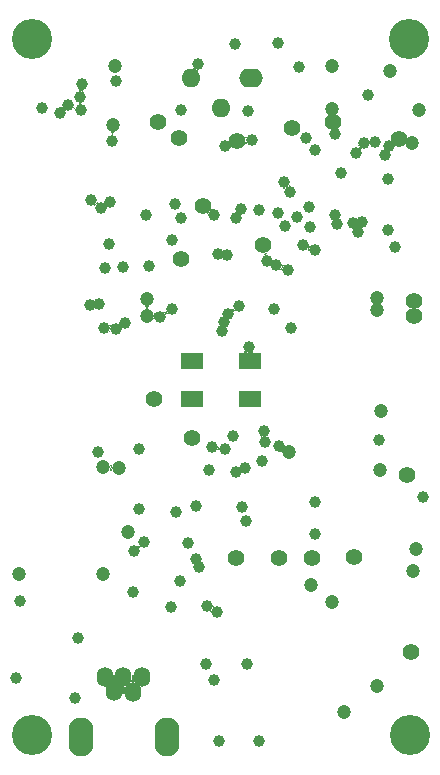
<source format=gbr>
G04 #@! TF.GenerationSoftware,KiCad,Pcbnew,6.0.4-6f826c9f35~116~ubuntu20.04.1*
G04 #@! TF.CreationDate,2022-06-15T17:18:02-05:00*
G04 #@! TF.ProjectId,strike-controller,73747269-6b65-42d6-936f-6e74726f6c6c,rev?*
G04 #@! TF.SameCoordinates,Original*
G04 #@! TF.FileFunction,Soldermask,Bot*
G04 #@! TF.FilePolarity,Negative*
%FSLAX46Y46*%
G04 Gerber Fmt 4.6, Leading zero omitted, Abs format (unit mm)*
G04 Created by KiCad (PCBNEW 6.0.4-6f826c9f35~116~ubuntu20.04.1) date 2022-06-15 17:18:02*
%MOMM*%
%LPD*%
G01*
G04 APERTURE LIST*
G04 Aperture macros list*
%AMRoundRect*
0 Rectangle with rounded corners*
0 $1 Rounding radius*
0 $2 $3 $4 $5 $6 $7 $8 $9 X,Y pos of 4 corners*
0 Add a 4 corners polygon primitive as box body*
4,1,4,$2,$3,$4,$5,$6,$7,$8,$9,$2,$3,0*
0 Add four circle primitives for the rounded corners*
1,1,$1+$1,$2,$3*
1,1,$1+$1,$4,$5*
1,1,$1+$1,$6,$7*
1,1,$1+$1,$8,$9*
0 Add four rect primitives between the rounded corners*
20,1,$1+$1,$2,$3,$4,$5,0*
20,1,$1+$1,$4,$5,$6,$7,0*
20,1,$1+$1,$6,$7,$8,$9,0*
20,1,$1+$1,$8,$9,$2,$3,0*%
G04 Aperture macros list end*
%ADD10C,3.400000*%
%ADD11O,1.400000X1.700000*%
%ADD12O,2.100000X3.300000*%
%ADD13RoundRect,0.200000X0.750000X0.500000X-0.750000X0.500000X-0.750000X-0.500000X0.750000X-0.500000X0*%
%ADD14O,2.000000X1.600000*%
%ADD15O,1.600000X1.600000*%
%ADD16C,1.400000*%
%ADD17C,1.000000*%
%ADD18C,1.200000*%
G04 APERTURE END LIST*
D10*
X132525000Y-115900000D03*
X164490000Y-115900000D03*
X132500000Y-56950000D03*
X164480000Y-56940000D03*
D11*
X138667100Y-111025500D03*
X139454500Y-112219300D03*
X140267300Y-111025500D03*
X141080100Y-112244700D03*
X141867500Y-111025500D03*
D12*
X136635100Y-116080100D03*
X143924900Y-116080100D03*
D13*
X150940000Y-84260000D03*
X150940000Y-87460000D03*
X146040000Y-87460000D03*
X146040000Y-84260000D03*
D14*
X151030000Y-60310000D03*
D15*
X148490000Y-62850000D03*
X145950000Y-60310000D03*
D16*
X159750000Y-100830000D03*
X149810000Y-100920000D03*
D17*
X161010000Y-61750000D03*
X161540000Y-65660000D03*
X153980000Y-72810000D03*
X151720831Y-71418054D03*
X160120000Y-73280000D03*
X153380000Y-71700000D03*
X158140000Y-64980000D03*
X153850000Y-69120000D03*
X149830000Y-72130000D03*
X150020000Y-79600000D03*
X151110000Y-65510000D03*
X155720133Y-65322333D03*
X145170000Y-62970000D03*
X162737263Y-66044796D03*
X146560000Y-59080000D03*
X139670000Y-60560000D03*
X144630000Y-70930000D03*
X145140000Y-72140000D03*
X142190000Y-71880000D03*
X153210000Y-76090000D03*
X158190000Y-71860000D03*
X154961452Y-72015558D03*
X137540000Y-70610000D03*
X154168090Y-76514500D03*
X154450000Y-81480000D03*
X144340000Y-79820000D03*
X139060000Y-74350000D03*
X148800000Y-80940000D03*
X138370000Y-71260000D03*
X139120000Y-70820000D03*
X152454273Y-75793488D03*
X147930000Y-71870000D03*
X136560000Y-61850000D03*
X136660000Y-63030000D03*
X135548556Y-62553490D03*
X136741858Y-60759392D03*
X152990000Y-79830000D03*
X150870000Y-83060000D03*
X154360486Y-69904367D03*
X162380000Y-66820000D03*
X158680000Y-68300000D03*
X160619446Y-65761912D03*
X155453302Y-74442840D03*
X159680000Y-72570000D03*
X150210000Y-71370000D03*
X156470000Y-66350000D03*
X159960000Y-66670000D03*
X162640000Y-68830000D03*
X162700000Y-73140000D03*
X140203279Y-76294253D03*
X144401693Y-73983489D03*
X143400000Y-80500000D03*
X148639400Y-81712159D03*
X142450000Y-76220000D03*
X153410000Y-91420000D03*
X140390000Y-81060000D03*
X141570000Y-91690000D03*
X146420000Y-96540000D03*
X156500000Y-96150000D03*
X150270000Y-96590000D03*
X149830000Y-93680000D03*
X150570000Y-93280000D03*
X152170000Y-90160000D03*
X149076179Y-80243237D03*
X147730000Y-91560000D03*
X147510000Y-93440000D03*
X148840000Y-66020000D03*
X149040000Y-75280000D03*
X156090000Y-72880000D03*
X158363767Y-72623767D03*
X155993918Y-71182905D03*
X156440000Y-74880000D03*
X152220000Y-91100000D03*
X152000000Y-92700000D03*
D18*
X162050000Y-88450000D03*
X162020000Y-93440000D03*
X138535980Y-102257502D03*
X156140000Y-103200000D03*
X161765500Y-78880000D03*
D17*
X151760000Y-116380000D03*
D18*
X138570000Y-93230000D03*
D17*
X147360000Y-104960000D03*
X133330000Y-62795500D03*
X134889052Y-63264500D03*
X148249794Y-75158430D03*
D16*
X143210000Y-64010000D03*
X146100000Y-90770000D03*
D17*
X136180000Y-112770000D03*
X144330000Y-105050000D03*
X138195500Y-79433387D03*
X150730000Y-109920000D03*
D18*
X164810000Y-102040000D03*
X139380000Y-64280000D03*
D17*
X148380000Y-116380000D03*
D18*
X164655679Y-65779155D03*
D16*
X142840000Y-87440000D03*
D18*
X154320000Y-91960000D03*
D17*
X150790000Y-63060000D03*
X144720000Y-97000000D03*
D18*
X161710000Y-111750000D03*
X162818074Y-59712672D03*
X139560000Y-59230000D03*
D16*
X146970000Y-71140000D03*
D17*
X138720000Y-76400000D03*
D18*
X158950000Y-113940000D03*
D17*
X136450000Y-107680000D03*
D18*
X165040000Y-100120000D03*
D17*
X147220000Y-109910000D03*
D18*
X157940000Y-104610000D03*
D17*
X131200000Y-111100000D03*
X146370177Y-101046969D03*
X148870000Y-91725989D03*
X145076270Y-102866270D03*
X156440000Y-98860000D03*
X131510000Y-104570000D03*
X141060000Y-103800000D03*
D16*
X164870000Y-79200000D03*
D18*
X161773056Y-79913056D03*
D17*
X139280000Y-65580000D03*
D16*
X144960000Y-65350000D03*
D18*
X165265500Y-62985089D03*
D16*
X164580000Y-108910000D03*
D18*
X157924814Y-62923341D03*
D16*
X149920000Y-65590000D03*
X164840000Y-80400000D03*
X164300000Y-93890000D03*
X145160000Y-75590000D03*
X152079175Y-74457059D03*
X163620000Y-65410000D03*
D18*
X157900000Y-59270000D03*
D16*
X157990398Y-63970793D03*
X154518216Y-64515500D03*
D17*
X141620000Y-96730000D03*
X146700000Y-101720000D03*
X148170000Y-105480000D03*
X147960000Y-111230000D03*
X141170000Y-100360000D03*
X145710000Y-99670000D03*
X139600000Y-81570000D03*
X163274500Y-74580000D03*
X160470000Y-72500000D03*
X165660000Y-95770000D03*
X149690000Y-57400000D03*
D18*
X142240000Y-79020000D03*
X142260000Y-80400000D03*
D17*
X153330000Y-57350000D03*
X155160000Y-59340000D03*
X149560000Y-90620000D03*
D18*
X140610000Y-98740000D03*
X139850000Y-93330000D03*
X131390000Y-102290000D03*
D16*
X156230000Y-100920000D03*
D17*
X161900000Y-90950000D03*
X150640000Y-97760000D03*
D16*
X153420000Y-100910000D03*
D17*
X142000000Y-99530000D03*
X138647649Y-81430116D03*
X138110000Y-91920000D03*
X137397793Y-79486930D03*
G36*
X140430557Y-111849953D02*
G01*
X140430969Y-111852057D01*
X140404044Y-111921117D01*
X140382137Y-112087507D01*
X140382100Y-112094710D01*
X140382100Y-112394576D01*
X140400888Y-112549831D01*
X140400103Y-112551670D01*
X140398117Y-112551911D01*
X140397006Y-112550709D01*
X140395252Y-112545497D01*
X140395160Y-112545075D01*
X140388576Y-112484471D01*
X140361886Y-112420237D01*
X140304952Y-112380801D01*
X140235735Y-112378405D01*
X140176192Y-112413823D01*
X140146170Y-112470895D01*
X140141038Y-112493853D01*
X140139684Y-112495325D01*
X140137732Y-112494889D01*
X140137103Y-112493156D01*
X140152463Y-112376493D01*
X140152500Y-112369290D01*
X140152500Y-112069424D01*
X140132337Y-111902806D01*
X140114171Y-111854731D01*
X140114494Y-111852757D01*
X140116529Y-111852084D01*
X140179820Y-111867981D01*
X140347523Y-111868860D01*
X140428639Y-111849385D01*
X140430557Y-111849953D01*
G37*
G36*
X140950394Y-110719490D02*
G01*
X140952562Y-110725932D01*
X140992422Y-110782935D01*
X141056494Y-110809226D01*
X141124612Y-110796701D01*
X141175245Y-110749244D01*
X141184237Y-110726471D01*
X141185803Y-110725227D01*
X141187663Y-110725961D01*
X141188080Y-110727466D01*
X141169537Y-110868307D01*
X141169500Y-110875510D01*
X141169500Y-111175376D01*
X141189663Y-111341994D01*
X141215770Y-111411084D01*
X141215447Y-111413058D01*
X141213412Y-111413731D01*
X141167580Y-111402219D01*
X140999877Y-111401340D01*
X140918761Y-111420815D01*
X140916843Y-111420247D01*
X140916431Y-111418143D01*
X140943356Y-111349083D01*
X140965263Y-111182693D01*
X140965300Y-111175490D01*
X140965300Y-110875624D01*
X140946512Y-110720368D01*
X140947297Y-110718529D01*
X140949283Y-110718288D01*
X140950394Y-110719490D01*
G37*
G36*
X139350194Y-110719490D02*
G01*
X139352362Y-110725932D01*
X139392222Y-110782935D01*
X139456294Y-110809226D01*
X139524412Y-110796701D01*
X139575045Y-110749244D01*
X139584037Y-110726471D01*
X139585603Y-110725227D01*
X139587463Y-110725961D01*
X139587880Y-110727466D01*
X139569337Y-110868307D01*
X139569300Y-110875510D01*
X139569300Y-111175376D01*
X139589463Y-111341994D01*
X139607629Y-111390069D01*
X139607306Y-111392043D01*
X139605271Y-111392716D01*
X139541980Y-111376819D01*
X139374277Y-111375940D01*
X139332110Y-111386064D01*
X139330192Y-111385496D01*
X139329780Y-111383392D01*
X139343156Y-111349083D01*
X139365063Y-111182693D01*
X139365100Y-111175490D01*
X139365100Y-110875624D01*
X139346312Y-110720368D01*
X139347097Y-110718529D01*
X139349083Y-110718288D01*
X139350194Y-110719490D01*
G37*
G36*
X147696565Y-105327209D02*
G01*
X147696471Y-105328672D01*
X147693780Y-105334404D01*
X147672057Y-105473916D01*
X147688634Y-105600685D01*
X147687867Y-105602532D01*
X147685884Y-105602791D01*
X147684773Y-105601631D01*
X147682220Y-105594653D01*
X147682110Y-105594185D01*
X147676013Y-105538959D01*
X147649210Y-105474770D01*
X147592195Y-105435425D01*
X147526000Y-105432336D01*
X147468528Y-105445498D01*
X147466617Y-105444909D01*
X147466170Y-105442960D01*
X147467556Y-105441618D01*
X147557775Y-105417021D01*
X147678092Y-105343147D01*
X147693178Y-105326480D01*
X147695082Y-105325867D01*
X147696565Y-105327209D01*
G37*
G36*
X147843766Y-104832872D02*
G01*
X147846552Y-104840244D01*
X147846667Y-104840711D01*
X147854192Y-104902887D01*
X147881664Y-104966786D01*
X147939088Y-105005532D01*
X148005314Y-105007928D01*
X148055468Y-104995887D01*
X148057386Y-104996455D01*
X148057853Y-104998400D01*
X148056485Y-104999755D01*
X147966658Y-105025428D01*
X147847251Y-105100768D01*
X147838226Y-105110987D01*
X147836330Y-105111623D01*
X147834831Y-105110299D01*
X147834755Y-105109331D01*
X147857853Y-104972039D01*
X147857998Y-104960131D01*
X147839915Y-104833863D01*
X147840660Y-104832006D01*
X147842639Y-104831723D01*
X147843766Y-104832872D01*
G37*
G36*
X141539136Y-99706576D02*
G01*
X141577229Y-99793151D01*
X141668081Y-99901232D01*
X141780680Y-99976185D01*
X141781568Y-99977977D01*
X141780460Y-99979642D01*
X141779152Y-99979805D01*
X141722265Y-99967571D01*
X141657432Y-99991929D01*
X141616058Y-100047473D01*
X141611266Y-100116790D01*
X141616291Y-100133694D01*
X141632451Y-100176461D01*
X141632128Y-100178435D01*
X141630257Y-100179142D01*
X141628759Y-100177996D01*
X141589523Y-100091703D01*
X141497359Y-99984740D01*
X141388174Y-99913970D01*
X141387265Y-99912189D01*
X141388352Y-99910511D01*
X141389662Y-99910332D01*
X141448377Y-99922317D01*
X141512952Y-99897281D01*
X141553739Y-99841310D01*
X141557807Y-99771932D01*
X141553519Y-99757507D01*
X141535427Y-99708068D01*
X141535771Y-99706098D01*
X141537649Y-99705411D01*
X141539136Y-99706576D01*
G37*
G36*
X139100937Y-92952179D02*
G01*
X139112089Y-92970026D01*
X139112282Y-92970428D01*
X139119983Y-92992543D01*
X139160437Y-93049125D01*
X139224783Y-93074743D01*
X139292791Y-93061501D01*
X139329034Y-93028533D01*
X139330988Y-93028107D01*
X139332334Y-93029586D01*
X139332228Y-93030777D01*
X139272394Y-93175231D01*
X139252017Y-93330000D01*
X139272394Y-93484769D01*
X139321135Y-93602441D01*
X139320874Y-93604424D01*
X139319026Y-93605189D01*
X139317576Y-93604242D01*
X139304334Y-93582377D01*
X139304147Y-93581972D01*
X139300208Y-93570133D01*
X139260549Y-93512992D01*
X139196565Y-93486476D01*
X139128379Y-93498768D01*
X139090028Y-93532686D01*
X139088068Y-93533085D01*
X139086743Y-93531586D01*
X139087117Y-93529970D01*
X139087867Y-93528992D01*
X139147606Y-93384769D01*
X139167983Y-93230000D01*
X139147606Y-93075231D01*
X139097393Y-92954004D01*
X139097654Y-92952021D01*
X139099502Y-92951256D01*
X139100937Y-92952179D01*
G37*
G36*
X153751688Y-91781549D02*
G01*
X153751632Y-91782927D01*
X153742394Y-91805231D01*
X153722017Y-91960000D01*
X153727175Y-91999171D01*
X153726410Y-92001019D01*
X153724427Y-92001280D01*
X153723337Y-92000180D01*
X153697661Y-91936513D01*
X153641136Y-91896478D01*
X153573506Y-91892907D01*
X153518531Y-91905497D01*
X153516620Y-91904908D01*
X153516173Y-91902959D01*
X153517559Y-91901617D01*
X153607775Y-91877021D01*
X153728092Y-91803147D01*
X153748301Y-91780820D01*
X153750205Y-91780207D01*
X153751688Y-91781549D01*
G37*
G36*
X148213766Y-91432871D02*
G01*
X148220432Y-91450511D01*
X148262353Y-91506015D01*
X148327350Y-91529940D01*
X148395022Y-91514915D01*
X148436355Y-91477840D01*
X148439933Y-91472749D01*
X148441747Y-91471907D01*
X148443383Y-91473057D01*
X148443379Y-91474749D01*
X148393780Y-91580393D01*
X148372057Y-91719905D01*
X148388635Y-91846674D01*
X148387868Y-91848521D01*
X148385885Y-91848780D01*
X148384774Y-91847620D01*
X148380734Y-91836582D01*
X148339395Y-91780642D01*
X148274654Y-91756036D01*
X148206827Y-91770352D01*
X148165108Y-91806993D01*
X148157117Y-91818114D01*
X148155294Y-91818937D01*
X148153670Y-91817770D01*
X148153693Y-91816075D01*
X148204407Y-91711402D01*
X148227853Y-91572039D01*
X148227998Y-91560131D01*
X148209915Y-91433862D01*
X148210660Y-91432005D01*
X148212639Y-91431722D01*
X148213766Y-91432871D01*
G37*
G36*
X153893767Y-91292873D02*
G01*
X153896552Y-91300245D01*
X153896667Y-91300712D01*
X153898438Y-91315340D01*
X153925910Y-91379239D01*
X153983324Y-91417977D01*
X154052829Y-91419532D01*
X154060248Y-91417271D01*
X154118279Y-91397517D01*
X154120241Y-91397905D01*
X154120886Y-91399798D01*
X154119689Y-91401258D01*
X154021010Y-91442131D01*
X153897163Y-91537163D01*
X153893095Y-91542464D01*
X153891247Y-91543229D01*
X153889660Y-91542011D01*
X153889536Y-91540914D01*
X153907853Y-91432039D01*
X153907998Y-91420131D01*
X153889916Y-91293864D01*
X153890661Y-91292007D01*
X153892640Y-91291724D01*
X153893767Y-91292873D01*
G37*
G36*
X151862792Y-90547681D02*
G01*
X151955614Y-90609470D01*
X152038503Y-90635366D01*
X152039858Y-90636837D01*
X152039262Y-90638746D01*
X152038457Y-90639198D01*
X152016658Y-90645428D01*
X151897251Y-90720768D01*
X151829210Y-90797809D01*
X151827314Y-90798445D01*
X151825815Y-90797121D01*
X151826075Y-90795335D01*
X151847469Y-90764895D01*
X151847790Y-90764538D01*
X151869858Y-90745287D01*
X151907269Y-90686646D01*
X151907039Y-90617375D01*
X151871795Y-90561250D01*
X151860338Y-90550825D01*
X151859730Y-90548920D01*
X151861076Y-90547441D01*
X151862792Y-90547681D01*
G37*
G36*
X150472407Y-83353103D02*
G01*
X150538081Y-83431232D01*
X150655614Y-83509470D01*
X150790380Y-83551573D01*
X150931551Y-83554161D01*
X151067775Y-83517021D01*
X151188092Y-83443147D01*
X151260888Y-83362723D01*
X151262792Y-83362110D01*
X151264275Y-83363452D01*
X151264258Y-83364727D01*
X151241836Y-83428626D01*
X151257876Y-83496002D01*
X151307830Y-83544043D01*
X151365061Y-83558057D01*
X151366505Y-83559441D01*
X151366030Y-83561383D01*
X151364585Y-83562000D01*
X150374448Y-83562000D01*
X150372716Y-83561000D01*
X150372716Y-83559000D01*
X150373885Y-83558081D01*
X150440897Y-83538405D01*
X150486252Y-83486062D01*
X150496118Y-83417444D01*
X150476409Y-83366210D01*
X150469216Y-83355505D01*
X150469080Y-83353510D01*
X150470740Y-83352395D01*
X150472407Y-83353103D01*
G37*
G36*
X139108659Y-81616048D02*
G01*
X139108987Y-81616912D01*
X139120365Y-81703916D01*
X139169661Y-81815951D01*
X139169443Y-81817939D01*
X139167612Y-81818744D01*
X139166551Y-81818294D01*
X139115185Y-81775594D01*
X139046432Y-81767141D01*
X138988155Y-81794227D01*
X138986163Y-81794050D01*
X138985320Y-81792236D01*
X138985829Y-81791071D01*
X139060493Y-81708582D01*
X139105204Y-81616299D01*
X139106859Y-81615176D01*
X139108659Y-81616048D01*
G37*
G36*
X139080056Y-81180996D02*
G01*
X139134040Y-81224924D01*
X139202882Y-81232657D01*
X139258655Y-81206022D01*
X139260649Y-81206178D01*
X139261511Y-81207983D01*
X139261016Y-81209151D01*
X139183784Y-81296599D01*
X139142737Y-81384027D01*
X139141096Y-81385170D01*
X139139286Y-81384320D01*
X139138947Y-81383461D01*
X139125613Y-81290351D01*
X139076973Y-81183375D01*
X139077167Y-81181384D01*
X139078987Y-81180556D01*
X139080056Y-81180996D01*
G37*
G36*
X142790937Y-80122180D02*
G01*
X142802088Y-80140025D01*
X142802281Y-80140427D01*
X142803618Y-80144266D01*
X142844073Y-80200847D01*
X142908419Y-80226465D01*
X142976448Y-80213219D01*
X143020641Y-80174611D01*
X143027471Y-80164893D01*
X143027792Y-80164536D01*
X143051707Y-80143673D01*
X143053670Y-80143288D01*
X143054985Y-80144795D01*
X143054521Y-80146504D01*
X142983784Y-80226599D01*
X142923780Y-80354404D01*
X142902057Y-80493916D01*
X142920365Y-80633916D01*
X142967697Y-80741488D01*
X142967479Y-80743476D01*
X142965648Y-80744281D01*
X142964206Y-80743408D01*
X142958912Y-80735529D01*
X142905420Y-80691062D01*
X142836681Y-80682611D01*
X142774129Y-80712740D01*
X142757976Y-80731481D01*
X142756088Y-80732140D01*
X142754573Y-80730834D01*
X142754874Y-80728957D01*
X142777869Y-80698990D01*
X142837606Y-80554769D01*
X142857983Y-80400000D01*
X142837606Y-80245231D01*
X142787393Y-80124005D01*
X142787654Y-80122022D01*
X142789502Y-80121257D01*
X142790937Y-80122180D01*
G37*
G36*
X143859085Y-79949473D02*
G01*
X143859968Y-79950884D01*
X143860365Y-79953916D01*
X143917229Y-80083151D01*
X144008081Y-80191232D01*
X144090223Y-80245911D01*
X144091111Y-80247703D01*
X144090003Y-80249368D01*
X144088161Y-80249334D01*
X144063183Y-80235772D01*
X143995182Y-80221148D01*
X143930349Y-80245506D01*
X143888975Y-80301050D01*
X143884183Y-80370366D01*
X143886213Y-80377194D01*
X143886282Y-80377524D01*
X143896100Y-80458660D01*
X143895315Y-80460499D01*
X143893329Y-80460740D01*
X143892134Y-80459184D01*
X143877964Y-80360235D01*
X143819523Y-80231703D01*
X143727359Y-80124740D01*
X143644823Y-80071243D01*
X143643914Y-80069462D01*
X143645001Y-80067784D01*
X143646847Y-80067797D01*
X143678576Y-80084597D01*
X143746728Y-80098508D01*
X143811304Y-80073472D01*
X143852091Y-80017501D01*
X143855988Y-79951027D01*
X143857088Y-79949356D01*
X143859085Y-79949473D01*
G37*
G36*
X149527185Y-79633132D02*
G01*
X149540365Y-79733916D01*
X149597229Y-79863151D01*
X149688081Y-79971232D01*
X149770226Y-80025913D01*
X149771114Y-80027705D01*
X149770006Y-80029370D01*
X149768164Y-80029336D01*
X149745831Y-80017210D01*
X149677830Y-80002586D01*
X149612997Y-80026944D01*
X149571591Y-80082530D01*
X149564810Y-80140178D01*
X149572278Y-80201891D01*
X149571493Y-80203730D01*
X149569507Y-80203971D01*
X149568312Y-80202415D01*
X149554143Y-80103472D01*
X149495702Y-79974940D01*
X149403538Y-79867977D01*
X149320999Y-79814478D01*
X149320090Y-79812697D01*
X149321177Y-79811019D01*
X149323023Y-79811032D01*
X149350889Y-79825787D01*
X149419042Y-79839699D01*
X149483617Y-79814663D01*
X149524443Y-79758641D01*
X149530930Y-79703497D01*
X149523214Y-79633610D01*
X149524018Y-79631779D01*
X149526006Y-79631560D01*
X149527185Y-79633132D01*
G37*
G36*
X142416140Y-79589837D02*
G01*
X142416905Y-79591685D01*
X142416051Y-79593075D01*
X142364338Y-79628435D01*
X142337379Y-79692229D01*
X142349189Y-79760475D01*
X142396152Y-79811644D01*
X142408905Y-79817685D01*
X142410042Y-79819330D01*
X142409186Y-79821137D01*
X142407788Y-79821475D01*
X142260000Y-79802017D01*
X142105231Y-79822394D01*
X142085593Y-79830528D01*
X142083610Y-79830267D01*
X142082845Y-79828419D01*
X142083676Y-79827045D01*
X142135524Y-79790519D01*
X142161591Y-79726355D01*
X142148829Y-79658281D01*
X142101146Y-79607762D01*
X142089092Y-79602052D01*
X142087955Y-79600407D01*
X142088811Y-79598600D01*
X142090209Y-79598262D01*
X142240000Y-79617983D01*
X142394769Y-79597606D01*
X142414157Y-79589576D01*
X142416140Y-79589837D01*
G37*
G36*
X153693767Y-75962873D02*
G01*
X153696552Y-75970245D01*
X153696667Y-75970712D01*
X153701259Y-76008655D01*
X153728730Y-76072555D01*
X153786143Y-76111294D01*
X153855571Y-76112848D01*
X153879914Y-76103411D01*
X153926283Y-76079478D01*
X153928280Y-76079572D01*
X153929198Y-76081349D01*
X153928267Y-76082946D01*
X153845341Y-76135268D01*
X153751874Y-76241099D01*
X153691870Y-76368904D01*
X153670147Y-76508416D01*
X153686724Y-76635185D01*
X153685957Y-76637032D01*
X153683974Y-76637291D01*
X153682863Y-76636131D01*
X153680310Y-76629153D01*
X153680200Y-76628685D01*
X153676817Y-76598040D01*
X153650014Y-76533851D01*
X153593013Y-76494515D01*
X153523601Y-76492233D01*
X153499174Y-76501411D01*
X153446737Y-76527784D01*
X153444740Y-76527669D01*
X153443841Y-76525882D01*
X153444792Y-76524293D01*
X153528092Y-76473147D01*
X153622844Y-76368466D01*
X153684407Y-76241402D01*
X153707853Y-76102039D01*
X153707998Y-76090131D01*
X153689916Y-75963864D01*
X153690661Y-75962007D01*
X153692640Y-75961724D01*
X153693767Y-75962873D01*
G37*
G36*
X152446057Y-75049291D02*
G01*
X152446956Y-75051078D01*
X152446135Y-75052581D01*
X152420996Y-75070846D01*
X152421916Y-75072112D01*
X152422125Y-75074102D01*
X152421593Y-75074812D01*
X152385200Y-75105738D01*
X152365050Y-75172000D01*
X152383922Y-75238637D01*
X152435881Y-75284543D01*
X152487532Y-75296181D01*
X152516834Y-75296335D01*
X152517310Y-75296395D01*
X152519659Y-75296985D01*
X152521095Y-75298377D01*
X152520608Y-75300317D01*
X152519160Y-75300925D01*
X152386689Y-75300116D01*
X152250931Y-75338916D01*
X152155955Y-75398841D01*
X152153957Y-75398920D01*
X152152890Y-75397229D01*
X152153573Y-75395643D01*
X152182492Y-75370415D01*
X152219902Y-75311774D01*
X152219672Y-75242517D01*
X152182033Y-75184379D01*
X152118730Y-75155724D01*
X152101785Y-75154540D01*
X152006075Y-75154540D01*
X152005659Y-75154496D01*
X151997460Y-75152753D01*
X151995974Y-75151415D01*
X151996390Y-75149459D01*
X151997907Y-75148797D01*
X152152134Y-75151220D01*
X152315609Y-75113780D01*
X152444060Y-75049176D01*
X152446057Y-75049291D01*
G37*
G36*
X155937069Y-74315713D02*
G01*
X155939854Y-74323085D01*
X155939969Y-74323552D01*
X155948421Y-74393389D01*
X155975893Y-74457288D01*
X156033306Y-74496027D01*
X156102608Y-74497577D01*
X156151590Y-74471434D01*
X156158154Y-74465708D01*
X156158552Y-74465438D01*
X156198188Y-74444981D01*
X156200186Y-74445075D01*
X156201103Y-74446852D01*
X156200172Y-74448449D01*
X156117251Y-74500768D01*
X156023784Y-74606599D01*
X155963780Y-74734404D01*
X155942057Y-74873916D01*
X155958634Y-75000685D01*
X155957867Y-75002532D01*
X155955884Y-75002791D01*
X155954773Y-75001631D01*
X155952220Y-74994653D01*
X155952110Y-74994185D01*
X155945032Y-74930072D01*
X155918229Y-74865883D01*
X155861228Y-74826547D01*
X155791943Y-74824271D01*
X155742691Y-74849900D01*
X155730792Y-74860062D01*
X155730392Y-74860328D01*
X155690042Y-74880622D01*
X155688045Y-74880507D01*
X155687146Y-74878720D01*
X155688097Y-74877131D01*
X155771394Y-74825987D01*
X155866146Y-74721306D01*
X155927709Y-74594242D01*
X155951155Y-74454879D01*
X155951300Y-74442971D01*
X155933218Y-74316704D01*
X155933963Y-74314847D01*
X155935942Y-74314564D01*
X155937069Y-74315713D01*
G37*
G36*
X147663146Y-71208833D02*
G01*
X147663901Y-71210616D01*
X147659301Y-71254385D01*
X147671813Y-71322806D01*
X147719129Y-71373384D01*
X147786468Y-71390400D01*
X147810401Y-71387104D01*
X147815457Y-71385890D01*
X147817375Y-71386458D01*
X147817842Y-71388403D01*
X147816474Y-71389758D01*
X147726658Y-71415428D01*
X147607251Y-71490768D01*
X147513784Y-71596599D01*
X147453780Y-71724404D01*
X147432057Y-71863916D01*
X147433076Y-71871705D01*
X147432309Y-71873552D01*
X147430326Y-71873811D01*
X147429247Y-71872735D01*
X147403204Y-71810366D01*
X147346203Y-71771030D01*
X147276766Y-71768749D01*
X147257647Y-71775422D01*
X147255682Y-71775049D01*
X147255023Y-71773161D01*
X147256089Y-71771747D01*
X147356260Y-71721366D01*
X147483786Y-71612448D01*
X147581649Y-71476259D01*
X147644202Y-71320650D01*
X147659932Y-71210125D01*
X147661166Y-71208551D01*
X147663146Y-71208833D01*
G37*
G36*
X138035427Y-70654545D02*
G01*
X138036132Y-70655800D01*
X138046047Y-70724067D01*
X138091478Y-70776345D01*
X138158130Y-70795812D01*
X138186607Y-70792420D01*
X138255461Y-70775889D01*
X138257379Y-70776457D01*
X138257846Y-70778402D01*
X138256478Y-70779757D01*
X138166658Y-70805428D01*
X138047251Y-70880768D01*
X137953784Y-70986599D01*
X137893780Y-71114404D01*
X137878249Y-71214149D01*
X137876995Y-71215706D01*
X137875018Y-71215399D01*
X137874297Y-71214149D01*
X137863565Y-71145330D01*
X137817590Y-71093531D01*
X137750848Y-71074794D01*
X137724955Y-71081103D01*
X137723036Y-71080542D01*
X137722532Y-71079606D01*
X137722302Y-71078603D01*
X137648520Y-71095500D01*
X137646609Y-71094911D01*
X137646162Y-71092962D01*
X137647548Y-71091620D01*
X137737775Y-71067021D01*
X137858092Y-70993147D01*
X137952844Y-70888466D01*
X138014407Y-70761402D01*
X138032181Y-70655755D01*
X138033454Y-70654213D01*
X138035427Y-70654545D01*
G37*
G36*
X153969677Y-69599351D02*
G01*
X153970203Y-69601280D01*
X153969768Y-69602095D01*
X153944270Y-69630966D01*
X153884266Y-69758771D01*
X153869091Y-69856231D01*
X153867837Y-69857788D01*
X153865860Y-69857481D01*
X153865132Y-69855662D01*
X153876842Y-69766716D01*
X153875667Y-69765815D01*
X153875522Y-69764877D01*
X153879971Y-69713371D01*
X153847673Y-69652090D01*
X153790444Y-69618685D01*
X153778976Y-69615676D01*
X153777555Y-69614269D01*
X153778062Y-69612334D01*
X153779521Y-69611741D01*
X153911551Y-69614161D01*
X153967743Y-69598841D01*
X153969677Y-69599351D01*
G37*
G36*
X154343832Y-69174016D02*
G01*
X154344539Y-69175840D01*
X154332213Y-69262452D01*
X154333412Y-69262622D01*
X154334986Y-69263856D01*
X154335121Y-69264795D01*
X154330688Y-69310552D01*
X154362339Y-69372159D01*
X154421722Y-69406821D01*
X154425875Y-69407864D01*
X154427311Y-69409256D01*
X154426824Y-69411196D01*
X154425376Y-69411804D01*
X154292902Y-69410995D01*
X154243786Y-69425032D01*
X154241845Y-69424546D01*
X154241296Y-69422623D01*
X154241753Y-69421767D01*
X154262844Y-69398466D01*
X154324407Y-69271402D01*
X154340587Y-69175226D01*
X154341860Y-69173684D01*
X154343832Y-69174016D01*
G37*
G36*
X160158581Y-65938486D02*
G01*
X160196675Y-66025063D01*
X160287527Y-66133144D01*
X160405060Y-66211382D01*
X160535158Y-66252027D01*
X160536513Y-66253498D01*
X160535917Y-66255407D01*
X160534620Y-66255935D01*
X160471850Y-66257758D01*
X160414699Y-66296878D01*
X160387769Y-66360687D01*
X160399651Y-66429147D01*
X160402785Y-66434498D01*
X160402930Y-66434802D01*
X160422449Y-66486457D01*
X160422126Y-66488431D01*
X160420255Y-66489138D01*
X160418757Y-66487992D01*
X160379523Y-66401703D01*
X160287359Y-66294740D01*
X160168879Y-66217945D01*
X160045504Y-66181048D01*
X160044131Y-66179594D01*
X160044704Y-66177678D01*
X160045998Y-66177134D01*
X160110205Y-66174596D01*
X160166943Y-66134880D01*
X160193203Y-66070792D01*
X160180604Y-66002450D01*
X160173041Y-65989537D01*
X160172889Y-65989213D01*
X160154872Y-65939978D01*
X160155216Y-65938008D01*
X160157094Y-65937321D01*
X160158581Y-65938486D01*
G37*
G36*
X149333076Y-65958943D02*
G01*
X149391628Y-66046078D01*
X149491742Y-66137174D01*
X149492350Y-66139079D01*
X149491004Y-66140558D01*
X149489724Y-66140537D01*
X149426962Y-66118144D01*
X149359505Y-66133830D01*
X149314510Y-66180129D01*
X149312586Y-66180674D01*
X149311152Y-66179280D01*
X149311276Y-66177863D01*
X149314407Y-66171402D01*
X149337853Y-66032039D01*
X149337998Y-66020131D01*
X149329436Y-65960342D01*
X149330181Y-65958485D01*
X149332160Y-65958202D01*
X149333076Y-65958943D01*
G37*
G36*
X150466012Y-65154041D02*
G01*
X150487239Y-65177616D01*
X150487485Y-65177954D01*
X150502765Y-65204419D01*
X150553105Y-65252418D01*
X150621112Y-65265526D01*
X150685547Y-65239730D01*
X150690422Y-65234586D01*
X150692340Y-65234017D01*
X150693791Y-65235393D01*
X150693684Y-65236812D01*
X150633780Y-65364404D01*
X150612057Y-65503916D01*
X150630365Y-65643916D01*
X150687229Y-65773151D01*
X150756477Y-65855531D01*
X150756826Y-65857500D01*
X150755295Y-65858787D01*
X150753600Y-65858297D01*
X150746710Y-65852027D01*
X150684154Y-65821603D01*
X150615384Y-65829792D01*
X150561754Y-65874031D01*
X150557173Y-65881344D01*
X150546705Y-65899476D01*
X150544973Y-65900476D01*
X150543241Y-65899476D01*
X150543117Y-65897730D01*
X150594202Y-65770650D01*
X150617847Y-65604509D01*
X150617999Y-65590113D01*
X150597837Y-65423506D01*
X150538557Y-65266626D01*
X150462878Y-65156512D01*
X150462721Y-65154518D01*
X150464369Y-65153385D01*
X150466012Y-65154041D01*
G37*
G36*
X149241230Y-65431652D02*
G01*
X149241727Y-65433251D01*
X149222053Y-65582691D01*
X149237240Y-65720251D01*
X149236436Y-65722082D01*
X149234448Y-65722301D01*
X149233737Y-65721776D01*
X149167359Y-65644740D01*
X149058624Y-65574262D01*
X149057715Y-65572481D01*
X149058802Y-65570803D01*
X149060112Y-65570624D01*
X149118991Y-65582642D01*
X149183566Y-65557606D01*
X149224457Y-65501492D01*
X149230985Y-65472900D01*
X149233981Y-65444397D01*
X149234068Y-65443988D01*
X149237842Y-65432372D01*
X149239328Y-65431034D01*
X149241230Y-65431652D01*
G37*
G36*
X139225233Y-64857607D02*
G01*
X139380000Y-64877983D01*
X139514926Y-64860219D01*
X139516774Y-64860984D01*
X139517035Y-64862967D01*
X139515805Y-64864104D01*
X139501105Y-64868880D01*
X139500668Y-64868970D01*
X139480440Y-64870811D01*
X139415751Y-64896375D01*
X139375327Y-64952613D01*
X139371726Y-65021778D01*
X139406101Y-65081934D01*
X139446840Y-65104511D01*
X139447654Y-65105865D01*
X139472028Y-65118770D01*
X139473091Y-65120465D01*
X139472155Y-65122232D01*
X139470519Y-65122454D01*
X139353607Y-65087490D01*
X139212416Y-65086628D01*
X139200672Y-65089984D01*
X139198731Y-65089498D01*
X139198182Y-65087575D01*
X139199126Y-65086327D01*
X139255018Y-65054235D01*
X139286901Y-64992751D01*
X139280481Y-64923793D01*
X139237696Y-64869122D01*
X139220386Y-64859919D01*
X139219326Y-64858223D01*
X139220265Y-64856457D01*
X139222091Y-64856305D01*
X139225233Y-64857607D01*
G37*
G36*
X135299956Y-62980184D02*
G01*
X135334170Y-63002960D01*
X135468936Y-63045063D01*
X135602235Y-63047506D01*
X135603948Y-63048538D01*
X135603911Y-63050538D01*
X135602645Y-63051455D01*
X135601176Y-63051792D01*
X135600698Y-63051843D01*
X135505237Y-63050344D01*
X135438197Y-63068889D01*
X135392024Y-63120515D01*
X135380943Y-63188381D01*
X135385150Y-63223146D01*
X135384365Y-63224985D01*
X135382379Y-63225226D01*
X135381184Y-63223670D01*
X135367016Y-63124735D01*
X135308574Y-62996201D01*
X135297333Y-62983154D01*
X135296960Y-62981190D01*
X135298475Y-62979884D01*
X135299956Y-62980184D01*
G37*
G36*
X136042389Y-62607508D02*
G01*
X136043095Y-62609332D01*
X136038001Y-62645121D01*
X136047998Y-62713954D01*
X136093429Y-62766232D01*
X136159910Y-62785650D01*
X136226428Y-62766014D01*
X136250940Y-62742464D01*
X136252882Y-62741985D01*
X136254268Y-62743427D01*
X136253825Y-62745230D01*
X136243784Y-62756599D01*
X136183780Y-62884404D01*
X136168604Y-62981870D01*
X136167350Y-62983427D01*
X136165373Y-62983120D01*
X136164645Y-62981301D01*
X136170433Y-62937338D01*
X136159715Y-62868613D01*
X136113740Y-62816814D01*
X136047058Y-62798094D01*
X135980739Y-62818428D01*
X135964878Y-62833667D01*
X135962936Y-62834146D01*
X135961550Y-62832704D01*
X135961692Y-62831353D01*
X136022963Y-62704892D01*
X136039143Y-62608718D01*
X136040416Y-62607176D01*
X136042389Y-62607508D01*
G37*
G36*
X135055740Y-62586608D02*
G01*
X135068921Y-62687406D01*
X135125785Y-62816641D01*
X135142768Y-62836844D01*
X135143117Y-62838813D01*
X135141586Y-62840100D01*
X135140149Y-62839809D01*
X135097931Y-62812445D01*
X134962659Y-62771990D01*
X134829763Y-62771178D01*
X134828037Y-62770167D01*
X134828049Y-62768167D01*
X134829309Y-62767233D01*
X134831223Y-62766774D01*
X134831699Y-62766719D01*
X134933403Y-62767251D01*
X135000243Y-62748005D01*
X135045882Y-62695889D01*
X135056560Y-62630487D01*
X135051769Y-62587086D01*
X135052573Y-62585255D01*
X135054561Y-62585036D01*
X135055740Y-62586608D01*
G37*
G36*
X136742740Y-62312158D02*
G01*
X136743266Y-62314087D01*
X136742698Y-62315039D01*
X136692056Y-62362369D01*
X136675055Y-62429510D01*
X136697052Y-62495180D01*
X136751370Y-62538781D01*
X136752095Y-62540645D01*
X136750843Y-62542205D01*
X136749545Y-62542257D01*
X136733607Y-62537490D01*
X136592416Y-62536628D01*
X136474694Y-62570273D01*
X136472753Y-62569787D01*
X136472204Y-62567864D01*
X136473227Y-62566573D01*
X136477297Y-62564473D01*
X136527617Y-62516448D01*
X136543914Y-62449134D01*
X136521231Y-62383696D01*
X136467756Y-62341683D01*
X136467012Y-62339826D01*
X136468248Y-62338254D01*
X136469588Y-62338201D01*
X136480380Y-62341573D01*
X136621551Y-62344161D01*
X136740806Y-62311648D01*
X136742740Y-62312158D01*
G37*
G36*
X136434649Y-61147073D02*
G01*
X136527472Y-61208862D01*
X136662238Y-61250965D01*
X136803409Y-61253553D01*
X136921939Y-61221237D01*
X136923873Y-61221747D01*
X136924399Y-61223676D01*
X136923364Y-61224954D01*
X136911819Y-61230761D01*
X136911366Y-61230924D01*
X136906577Y-61232021D01*
X136845895Y-61266020D01*
X136813368Y-61327165D01*
X136819067Y-61396241D01*
X136852107Y-61443975D01*
X136865196Y-61455636D01*
X136865824Y-61457535D01*
X136864494Y-61459028D01*
X136862778Y-61458807D01*
X136768879Y-61397945D01*
X136633607Y-61357490D01*
X136492416Y-61356628D01*
X136374692Y-61390274D01*
X136372751Y-61389788D01*
X136372202Y-61387865D01*
X136373225Y-61386574D01*
X136385117Y-61380436D01*
X136385567Y-61380268D01*
X136396341Y-61377682D01*
X136456661Y-61343047D01*
X136488544Y-61281563D01*
X136482118Y-61212540D01*
X136450518Y-61166889D01*
X136432195Y-61150217D01*
X136431587Y-61148312D01*
X136432933Y-61146833D01*
X136434649Y-61147073D01*
G37*
G36*
X146099136Y-59256577D02*
G01*
X146137229Y-59343151D01*
X146228081Y-59451232D01*
X146345614Y-59529470D01*
X146480380Y-59571573D01*
X146613680Y-59574016D01*
X146615393Y-59575048D01*
X146615356Y-59577048D01*
X146614090Y-59577965D01*
X146610366Y-59578818D01*
X146549683Y-59612821D01*
X146517158Y-59673967D01*
X146522864Y-59743099D01*
X146543355Y-59776484D01*
X146543408Y-59778483D01*
X146541704Y-59779529D01*
X146540231Y-59778939D01*
X146450025Y-59688101D01*
X146299812Y-59592773D01*
X146132222Y-59533097D01*
X145997681Y-59517053D01*
X145996080Y-59515855D01*
X145996317Y-59513869D01*
X145997918Y-59513067D01*
X146020524Y-59513067D01*
X146087263Y-59493471D01*
X146132618Y-59441128D01*
X146142484Y-59372510D01*
X146122775Y-59321276D01*
X146113649Y-59307695D01*
X146113431Y-59307267D01*
X146095427Y-59258069D01*
X146095771Y-59256099D01*
X146097649Y-59255412D01*
X146099136Y-59256577D01*
G37*
M02*

</source>
